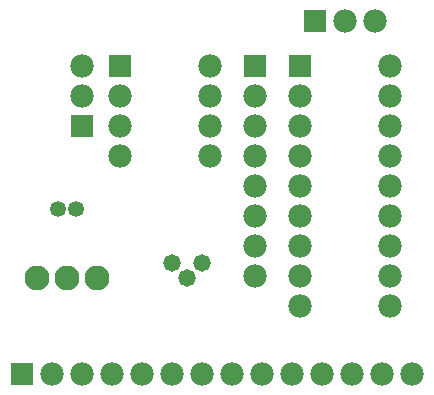
<source format=gts>
*%FSLAX24Y24*%
*%MOIN*%
G01*
%ADD11C,0.0020*%
%ADD12C,0.0060*%
%ADD13C,0.0073*%
%ADD14C,0.0080*%
%ADD15C,0.0090*%
%ADD16C,0.0100*%
%ADD17C,0.0120*%
%ADD18C,0.0200*%
%ADD19C,0.0260*%
%ADD20C,0.0380*%
%ADD21C,0.0450*%
%ADD22C,0.0500*%
%ADD23C,0.0530*%
%ADD24C,0.0550*%
%ADD25C,0.0580*%
%ADD26C,0.0660*%
%ADD27C,0.0700*%
%ADD28C,0.0750*%
%ADD29C,0.0780*%
%ADD30C,0.0830*%
%ADD31C,0.0950*%
%ADD32R,0.0700X0.0700*%
%ADD33R,0.0780X0.0780*%
G54D23*
X93450Y79540D02*
D03*
X94050D02*
D03*
G54D25*
X97750Y77220D02*
D03*
X98250Y77720D02*
D03*
X97250D02*
D03*
G54D29*
X98500Y84290D02*
D03*
Y83290D02*
D03*
Y82290D02*
D03*
Y81290D02*
D03*
X95500D02*
D03*
Y82290D02*
D03*
Y83290D02*
D03*
X104000Y85790D02*
D03*
X103000D02*
D03*
X100000Y83290D02*
D03*
Y82290D02*
D03*
Y81290D02*
D03*
Y80290D02*
D03*
Y79290D02*
D03*
Y78290D02*
D03*
Y77290D02*
D03*
X94250Y83290D02*
D03*
Y84290D02*
D03*
X93250Y74040D02*
D03*
X94250D02*
D03*
X95250D02*
D03*
X96250D02*
D03*
X97250D02*
D03*
X98250D02*
D03*
X99250D02*
D03*
X100250D02*
D03*
X101250D02*
D03*
X102250D02*
D03*
X103250D02*
D03*
X104250D02*
D03*
X105250D02*
D03*
X104500Y84290D02*
D03*
Y83290D02*
D03*
Y82290D02*
D03*
Y81290D02*
D03*
Y80290D02*
D03*
Y79290D02*
D03*
Y78290D02*
D03*
Y77290D02*
D03*
Y76290D02*
D03*
X101500D02*
D03*
Y77290D02*
D03*
Y78290D02*
D03*
Y79290D02*
D03*
Y80290D02*
D03*
Y81290D02*
D03*
Y82290D02*
D03*
Y83290D02*
D03*
G54D30*
X92750Y77240D02*
D03*
X93750D02*
D03*
X94750D02*
D03*
G54D33*
X95500Y84290D02*
D03*
X102000Y85790D02*
D03*
X100000Y84290D02*
D03*
X94250Y82290D02*
D03*
X92250Y74040D02*
D03*
X101500Y84290D02*
D03*
M02*

</source>
